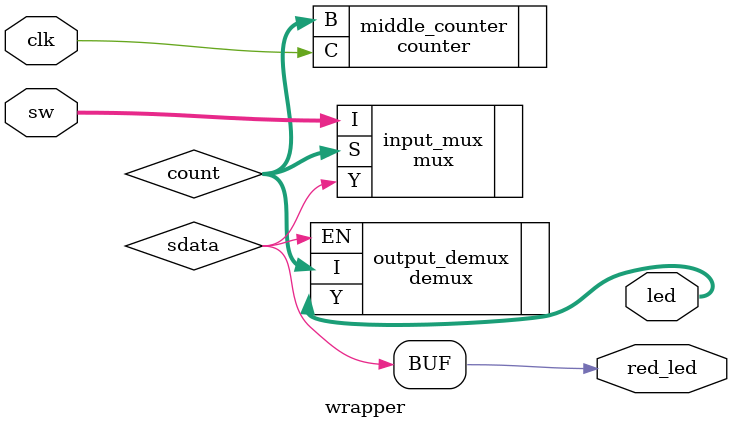
<source format=v>
`timescale 1ns / 1ps

module wrapper (
	input clk,
	input [7:0] sw,
	output red_led,
	output [7:0] led
);

wire [2:0] count;
wire sdata;

counter middle_counter (
	.C(clk),
	.B(count)
);

mux input_mux (
	.I(sw),
	.S(count),
	.Y(sdata)
);

demux output_demux (
	.EN(sdata),
	.I(count),
	.Y(led)
);

assign red_led = sdata;

endmodule

</source>
